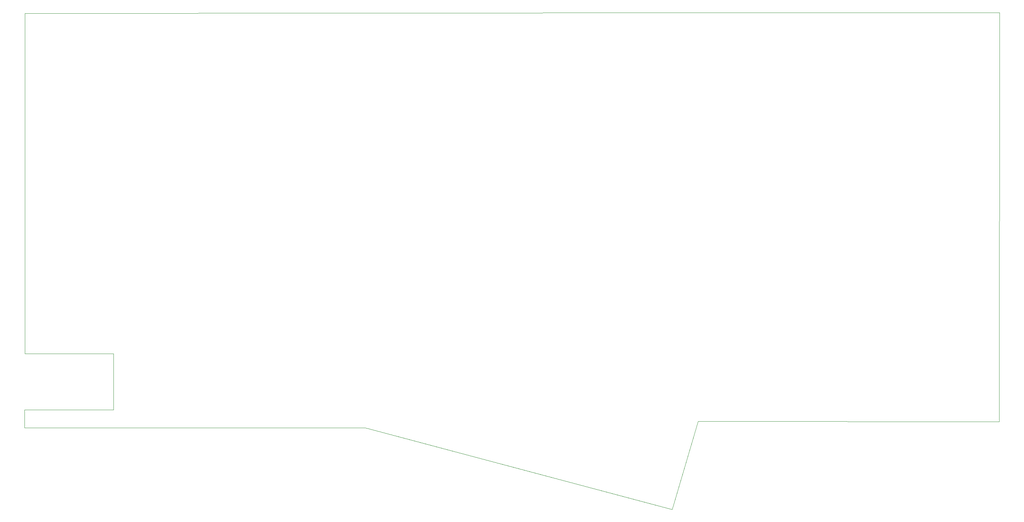
<source format=gbr>
%TF.GenerationSoftware,KiCad,Pcbnew,7.0.1*%
%TF.CreationDate,2023-09-01T15:37:29-04:00*%
%TF.ProjectId,macropad,6d616372-6f70-4616-942e-6b696361645f,rev?*%
%TF.SameCoordinates,Original*%
%TF.FileFunction,Profile,NP*%
%FSLAX46Y46*%
G04 Gerber Fmt 4.6, Leading zero omitted, Abs format (unit mm)*
G04 Created by KiCad (PCBNEW 7.0.1) date 2023-09-01 15:37:29*
%MOMM*%
%LPD*%
G01*
G04 APERTURE LIST*
%TA.AperFunction,Profile*%
%ADD10C,0.100000*%
%TD*%
G04 APERTURE END LIST*
D10*
X188000000Y-121050000D02*
X258825000Y-121125000D01*
X191700000Y-24850000D02*
X258875000Y-24900000D01*
X50650000Y-105125000D02*
X50650000Y-118375000D01*
X29725000Y-122600000D02*
X109775000Y-122550000D01*
X29725000Y-121425000D02*
X29725000Y-122600000D01*
X258825000Y-121125000D02*
X258875000Y-27400000D01*
X29725000Y-118375000D02*
X29725000Y-121425000D01*
X191700000Y-24850000D02*
X29750000Y-25000000D01*
X29750000Y-25000000D02*
X29750000Y-105150000D01*
X258875000Y-24900000D02*
X258875000Y-27400000D01*
X29750000Y-105150000D02*
X50650000Y-105125000D01*
X109775000Y-122550000D02*
X181900000Y-141775000D01*
X181900000Y-141775000D02*
X188000000Y-121050000D01*
X50650000Y-118375000D02*
X29725000Y-118375000D01*
M02*

</source>
